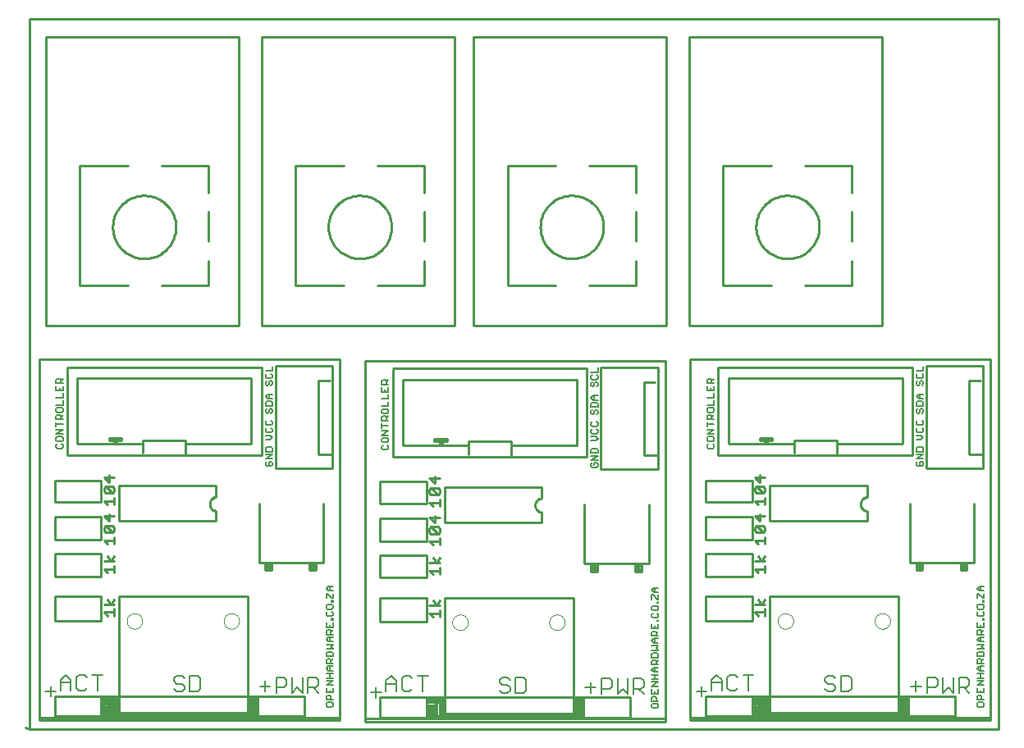
<source format=gto>
G75*
G70*
%OFA0B0*%
%FSLAX24Y24*%
%IPPOS*%
%LPD*%
%AMOC8*
5,1,8,0,0,1.08239X$1,22.5*
%
%ADD10C,0.0100*%
%ADD11C,0.0060*%
%ADD12C,0.0090*%
%ADD13C,0.0050*%
%ADD14C,0.0000*%
D10*
X000304Y002050D02*
X000304Y030914D01*
X039674Y030914D01*
X039674Y002050D01*
X000304Y002050D01*
X000150Y002101D01*
X000714Y002408D02*
X012911Y002408D01*
X012911Y017066D01*
X000714Y017066D01*
X000714Y002511D01*
X009426Y002511D01*
X009426Y002716D01*
X009375Y002665D02*
X009375Y003228D01*
X009324Y003228D01*
X009324Y003280D01*
X009221Y003280D01*
X009221Y002665D01*
X009068Y002665D01*
X009170Y002716D02*
X003943Y002716D01*
X003943Y007431D01*
X009170Y007431D01*
X009170Y002716D01*
X009273Y002665D02*
X009375Y002665D01*
X009273Y002665D02*
X009273Y003331D01*
X009478Y003331D01*
X009478Y002613D01*
X003840Y002613D01*
X003840Y003280D01*
X003276Y003280D01*
X003276Y003177D02*
X003584Y003177D01*
X003789Y003177D01*
X003789Y003228D01*
X003738Y003228D01*
X003738Y002613D01*
X003276Y002613D01*
X003276Y003075D01*
X003584Y003075D01*
X003584Y002767D01*
X003635Y002767D01*
X003635Y002716D01*
X003584Y002716D02*
X003533Y002716D01*
X003533Y002665D01*
X003481Y002665D01*
X003481Y002972D01*
X003430Y002972D01*
X003430Y002665D01*
X003379Y002665D01*
X003379Y002972D01*
X003328Y003023D02*
X003328Y002767D01*
X003225Y002562D02*
X003225Y003382D01*
X001329Y003382D01*
X001329Y002562D01*
X003225Y002562D01*
X009734Y002562D01*
X009580Y002562D02*
X009580Y003382D01*
X003225Y003382D01*
X003584Y003331D02*
X003584Y003177D01*
X003584Y003126D02*
X003584Y002716D01*
X003635Y002665D02*
X003635Y003126D01*
X003584Y003126D01*
X003584Y003075D02*
X003635Y003075D01*
X003481Y003023D02*
X003481Y002972D01*
X003584Y003331D02*
X003840Y003331D01*
X003840Y002665D01*
X003789Y002665D01*
X003840Y002665D02*
X003943Y002665D01*
X000714Y002511D02*
X000714Y002408D01*
X001329Y006457D02*
X001329Y007431D01*
X003225Y007431D01*
X003225Y006457D01*
X001329Y006457D01*
X001329Y008251D02*
X001329Y009173D01*
X003225Y009173D01*
X003225Y008251D01*
X001329Y008251D01*
X001329Y009737D02*
X001329Y010660D01*
X003225Y010660D01*
X003225Y009737D01*
X001329Y009737D01*
X001329Y011275D02*
X001329Y012146D01*
X003225Y012146D01*
X003225Y011275D01*
X001329Y011275D01*
X001841Y013171D02*
X001841Y016707D01*
X001841Y016758D02*
X009734Y016758D01*
X009734Y013171D01*
X001841Y013171D01*
X002251Y013632D02*
X003738Y013632D01*
X003738Y013786D01*
X004045Y013786D01*
X004045Y013837D01*
X004045Y013888D01*
X003943Y013888D01*
X003635Y013888D01*
X003635Y013837D01*
X003943Y013837D01*
X003943Y013888D01*
X003943Y013837D02*
X004045Y013837D01*
X003840Y013735D02*
X003840Y013683D01*
X003789Y013683D02*
X003789Y013735D01*
X003840Y013735D01*
X003738Y013786D02*
X003533Y013786D01*
X003533Y013888D01*
X003635Y013888D01*
X003738Y013632D02*
X004865Y013632D01*
X004916Y013786D02*
X004916Y013273D01*
X004916Y013786D02*
X006659Y013786D01*
X006659Y013632D01*
X009324Y013632D01*
X009324Y016297D01*
X002251Y016297D01*
X002251Y013632D01*
X003943Y011941D02*
X003943Y010506D01*
X007889Y010506D01*
X007889Y010916D01*
X007837Y010915D02*
X007806Y010926D01*
X007776Y010940D01*
X007747Y010958D01*
X007721Y010979D01*
X007698Y011003D01*
X007677Y011029D01*
X007660Y011058D01*
X007646Y011088D01*
X007635Y011120D01*
X007629Y011152D01*
X007626Y011186D01*
X007627Y011219D01*
X007632Y011252D01*
X007641Y011284D01*
X007653Y011315D01*
X007669Y011345D01*
X007688Y011372D01*
X007711Y011397D01*
X007736Y011419D01*
X007763Y011438D01*
X007792Y011454D01*
X007823Y011466D01*
X007856Y011475D01*
X007889Y011480D01*
X007889Y011941D01*
X003943Y011941D01*
X006659Y013222D02*
X006659Y013632D01*
X009631Y011223D02*
X009631Y008815D01*
X010144Y008815D01*
X010144Y008507D01*
X009888Y008507D01*
X009888Y008763D01*
X009990Y008763D02*
X009990Y008610D01*
X010041Y008610D01*
X010041Y008763D01*
X009990Y008763D01*
X009990Y008610D02*
X009939Y008610D01*
X010041Y008610D02*
X010041Y008558D01*
X010144Y008815D02*
X011681Y008815D01*
X011681Y008507D01*
X011938Y008507D01*
X011938Y008763D01*
X011886Y008763D02*
X011886Y008712D01*
X011835Y008712D01*
X011835Y008610D01*
X011886Y008610D01*
X011886Y008558D01*
X011784Y008558D02*
X011784Y008763D01*
X011886Y008763D01*
X011681Y008815D02*
X012245Y008815D01*
X012245Y011223D01*
X012604Y012658D02*
X010298Y012658D01*
X010298Y016810D01*
X012604Y016810D01*
X012604Y013222D01*
X012040Y013222D01*
X012040Y016195D01*
X012501Y016195D01*
X013936Y017015D02*
X026134Y017015D01*
X026134Y002357D01*
X013936Y002357D01*
X013936Y002460D01*
X022649Y002460D01*
X022649Y002665D01*
X022598Y002613D02*
X022598Y003177D01*
X022546Y003177D01*
X022546Y003228D01*
X022444Y003228D01*
X022444Y002613D01*
X022290Y002613D01*
X022393Y002665D02*
X017165Y002665D01*
X017165Y007380D01*
X022393Y007380D01*
X022393Y002665D01*
X022495Y002613D02*
X022598Y002613D01*
X022495Y002613D02*
X022495Y003280D01*
X022700Y003280D01*
X022700Y002562D01*
X017063Y002562D01*
X017063Y003228D01*
X016499Y003228D01*
X016499Y003126D02*
X016806Y003126D01*
X017011Y003126D01*
X017011Y003177D01*
X016960Y003177D01*
X016960Y002562D01*
X016499Y002562D01*
X016499Y003023D01*
X016806Y003023D01*
X016806Y002716D01*
X016858Y002716D01*
X016858Y002665D01*
X016858Y002613D02*
X016858Y003075D01*
X016806Y003075D01*
X016806Y002665D01*
X016755Y002665D01*
X016755Y002613D01*
X016704Y002613D01*
X016704Y002921D01*
X016653Y002921D01*
X016653Y002613D01*
X016601Y002613D01*
X016601Y002921D01*
X016550Y002972D02*
X016550Y002716D01*
X016448Y002511D02*
X016448Y003331D01*
X014551Y003331D01*
X014551Y002511D01*
X016448Y002511D01*
X022956Y002511D01*
X022803Y002511D02*
X022803Y003331D01*
X016448Y003331D01*
X016806Y003280D02*
X016806Y003126D01*
X016806Y003023D02*
X016858Y003023D01*
X016704Y002972D02*
X016704Y002921D01*
X016806Y003280D02*
X017063Y003280D01*
X017063Y002613D01*
X017011Y002613D01*
X017063Y002613D02*
X017165Y002613D01*
X013936Y002460D02*
X013936Y017015D01*
X015064Y016707D02*
X022956Y016707D01*
X022956Y013120D01*
X015064Y013120D01*
X015064Y016656D01*
X015474Y016246D02*
X015474Y013581D01*
X016960Y013581D01*
X016960Y013735D01*
X017268Y013735D01*
X017268Y013786D01*
X017268Y013837D01*
X017165Y013837D01*
X016858Y013837D01*
X016858Y013786D01*
X017165Y013786D01*
X017165Y013837D01*
X017165Y013786D02*
X017268Y013786D01*
X017063Y013683D02*
X017063Y013632D01*
X017063Y013683D02*
X017011Y013683D01*
X017011Y013632D01*
X016960Y013581D02*
X018088Y013581D01*
X018139Y013735D02*
X018139Y013222D01*
X018139Y013735D02*
X019881Y013735D01*
X019881Y013581D01*
X022546Y013581D01*
X022546Y016246D01*
X015474Y016246D01*
X017575Y018450D02*
X009734Y018450D01*
X009734Y030186D01*
X017575Y030186D01*
X017575Y018450D01*
X018344Y018450D02*
X026185Y018450D01*
X026185Y030186D01*
X018344Y030186D01*
X018344Y018450D01*
X019728Y020090D02*
X021675Y020090D01*
X023059Y020090D02*
X024955Y020090D01*
X024955Y021063D01*
X024955Y021883D02*
X024955Y023062D01*
X024955Y023831D02*
X024955Y024958D01*
X023059Y024958D01*
X021675Y024958D02*
X019728Y024958D01*
X019728Y020090D01*
X016345Y020090D02*
X016345Y021063D01*
X016345Y021883D02*
X016345Y023062D01*
X016345Y023831D02*
X016345Y024958D01*
X014449Y024958D01*
X013065Y024958D02*
X011118Y024958D01*
X011118Y020090D01*
X013065Y020090D01*
X014449Y020090D02*
X016345Y020090D01*
X012449Y022447D02*
X012451Y022518D01*
X012457Y022589D01*
X012467Y022660D01*
X012481Y022730D01*
X012498Y022799D01*
X012520Y022867D01*
X012545Y022933D01*
X012574Y022999D01*
X012606Y023062D01*
X012642Y023124D01*
X012681Y023183D01*
X012724Y023240D01*
X012770Y023295D01*
X012818Y023347D01*
X012870Y023397D01*
X012924Y023443D01*
X012980Y023486D01*
X013039Y023526D01*
X013100Y023563D01*
X013163Y023596D01*
X013228Y023626D01*
X013294Y023652D01*
X013362Y023675D01*
X013431Y023693D01*
X013501Y023708D01*
X013571Y023719D01*
X013642Y023726D01*
X013713Y023729D01*
X013784Y023728D01*
X013856Y023723D01*
X013926Y023714D01*
X013996Y023701D01*
X014066Y023685D01*
X014134Y023664D01*
X014201Y023640D01*
X014267Y023612D01*
X014330Y023580D01*
X014392Y023545D01*
X014452Y023507D01*
X014510Y023465D01*
X014566Y023420D01*
X014618Y023372D01*
X014668Y023321D01*
X014716Y023268D01*
X014760Y023212D01*
X014801Y023154D01*
X014838Y023093D01*
X014872Y023031D01*
X014903Y022966D01*
X014930Y022900D01*
X014954Y022833D01*
X014973Y022764D01*
X014989Y022695D01*
X015001Y022625D01*
X015009Y022554D01*
X015013Y022483D01*
X015013Y022411D01*
X015009Y022340D01*
X015001Y022269D01*
X014989Y022199D01*
X014973Y022130D01*
X014954Y022061D01*
X014930Y021994D01*
X014903Y021928D01*
X014872Y021863D01*
X014838Y021801D01*
X014801Y021740D01*
X014760Y021682D01*
X014716Y021626D01*
X014668Y021573D01*
X014618Y021522D01*
X014566Y021474D01*
X014510Y021429D01*
X014452Y021387D01*
X014392Y021349D01*
X014330Y021314D01*
X014267Y021282D01*
X014201Y021254D01*
X014134Y021230D01*
X014066Y021209D01*
X013996Y021193D01*
X013926Y021180D01*
X013856Y021171D01*
X013784Y021166D01*
X013713Y021165D01*
X013642Y021168D01*
X013571Y021175D01*
X013501Y021186D01*
X013431Y021201D01*
X013362Y021219D01*
X013294Y021242D01*
X013228Y021268D01*
X013163Y021298D01*
X013100Y021331D01*
X013039Y021368D01*
X012980Y021408D01*
X012924Y021451D01*
X012870Y021497D01*
X012818Y021547D01*
X012770Y021599D01*
X012724Y021654D01*
X012681Y021711D01*
X012642Y021770D01*
X012606Y021832D01*
X012574Y021895D01*
X012545Y021961D01*
X012520Y022027D01*
X012498Y022095D01*
X012481Y022164D01*
X012467Y022234D01*
X012457Y022305D01*
X012451Y022376D01*
X012449Y022447D01*
X007581Y021883D02*
X007581Y023062D01*
X007581Y023831D02*
X007581Y024958D01*
X005685Y024958D01*
X004301Y024958D02*
X002354Y024958D01*
X002354Y020090D01*
X004301Y020090D01*
X005685Y020090D02*
X007581Y020090D01*
X007581Y021063D01*
X003686Y022447D02*
X003688Y022518D01*
X003694Y022589D01*
X003704Y022660D01*
X003718Y022730D01*
X003735Y022799D01*
X003757Y022867D01*
X003782Y022933D01*
X003811Y022999D01*
X003843Y023062D01*
X003879Y023124D01*
X003918Y023183D01*
X003961Y023240D01*
X004007Y023295D01*
X004055Y023347D01*
X004107Y023397D01*
X004161Y023443D01*
X004217Y023486D01*
X004276Y023526D01*
X004337Y023563D01*
X004400Y023596D01*
X004465Y023626D01*
X004531Y023652D01*
X004599Y023675D01*
X004668Y023693D01*
X004738Y023708D01*
X004808Y023719D01*
X004879Y023726D01*
X004950Y023729D01*
X005021Y023728D01*
X005093Y023723D01*
X005163Y023714D01*
X005233Y023701D01*
X005303Y023685D01*
X005371Y023664D01*
X005438Y023640D01*
X005504Y023612D01*
X005567Y023580D01*
X005629Y023545D01*
X005689Y023507D01*
X005747Y023465D01*
X005803Y023420D01*
X005855Y023372D01*
X005905Y023321D01*
X005953Y023268D01*
X005997Y023212D01*
X006038Y023154D01*
X006075Y023093D01*
X006109Y023031D01*
X006140Y022966D01*
X006167Y022900D01*
X006191Y022833D01*
X006210Y022764D01*
X006226Y022695D01*
X006238Y022625D01*
X006246Y022554D01*
X006250Y022483D01*
X006250Y022411D01*
X006246Y022340D01*
X006238Y022269D01*
X006226Y022199D01*
X006210Y022130D01*
X006191Y022061D01*
X006167Y021994D01*
X006140Y021928D01*
X006109Y021863D01*
X006075Y021801D01*
X006038Y021740D01*
X005997Y021682D01*
X005953Y021626D01*
X005905Y021573D01*
X005855Y021522D01*
X005803Y021474D01*
X005747Y021429D01*
X005689Y021387D01*
X005629Y021349D01*
X005567Y021314D01*
X005504Y021282D01*
X005438Y021254D01*
X005371Y021230D01*
X005303Y021209D01*
X005233Y021193D01*
X005163Y021180D01*
X005093Y021171D01*
X005021Y021166D01*
X004950Y021165D01*
X004879Y021168D01*
X004808Y021175D01*
X004738Y021186D01*
X004668Y021201D01*
X004599Y021219D01*
X004531Y021242D01*
X004465Y021268D01*
X004400Y021298D01*
X004337Y021331D01*
X004276Y021368D01*
X004217Y021408D01*
X004161Y021451D01*
X004107Y021497D01*
X004055Y021547D01*
X004007Y021599D01*
X003961Y021654D01*
X003918Y021711D01*
X003879Y021770D01*
X003843Y021832D01*
X003811Y021895D01*
X003782Y021961D01*
X003757Y022027D01*
X003735Y022095D01*
X003718Y022164D01*
X003704Y022234D01*
X003694Y022305D01*
X003688Y022376D01*
X003686Y022447D01*
X000970Y018450D02*
X008811Y018450D01*
X008811Y030186D01*
X000970Y030186D01*
X000970Y018450D01*
X012604Y013222D02*
X012604Y012658D01*
X014551Y012095D02*
X014551Y011223D01*
X016448Y011223D01*
X016448Y012095D01*
X014551Y012095D01*
X014551Y010608D02*
X014551Y009686D01*
X016448Y009686D01*
X016448Y010608D01*
X014551Y010608D01*
X014551Y009122D02*
X014551Y008200D01*
X016448Y008200D01*
X016448Y009122D01*
X014551Y009122D01*
X014551Y007380D02*
X014551Y006406D01*
X016448Y006406D01*
X016448Y007380D01*
X014551Y007380D01*
X017165Y010455D02*
X017165Y011890D01*
X021111Y011890D01*
X021111Y011428D01*
X021111Y011429D02*
X021078Y011424D01*
X021045Y011415D01*
X021014Y011403D01*
X020985Y011387D01*
X020958Y011368D01*
X020933Y011346D01*
X020910Y011321D01*
X020891Y011294D01*
X020875Y011264D01*
X020863Y011233D01*
X020854Y011201D01*
X020849Y011168D01*
X020848Y011135D01*
X020851Y011101D01*
X020857Y011069D01*
X020868Y011037D01*
X020882Y011007D01*
X020899Y010978D01*
X020920Y010952D01*
X020943Y010928D01*
X020969Y010907D01*
X020998Y010889D01*
X021028Y010875D01*
X021059Y010864D01*
X021111Y010865D02*
X021111Y010455D01*
X017165Y010455D01*
X019881Y013171D02*
X019881Y013581D01*
X016960Y013735D02*
X016755Y013735D01*
X016755Y013837D01*
X016858Y013837D01*
X022854Y011172D02*
X022854Y008763D01*
X023366Y008763D01*
X023366Y008456D01*
X023110Y008456D01*
X023110Y008712D01*
X023213Y008712D02*
X023213Y008558D01*
X023264Y008558D01*
X023264Y008712D01*
X023213Y008712D01*
X023213Y008558D02*
X023161Y008558D01*
X023264Y008558D02*
X023264Y008507D01*
X023366Y008763D02*
X024904Y008763D01*
X024904Y008456D01*
X025160Y008456D01*
X025160Y008712D01*
X025109Y008712D02*
X025109Y008661D01*
X025058Y008661D01*
X025058Y008558D01*
X025109Y008558D01*
X025109Y008507D01*
X025006Y008507D02*
X025006Y008712D01*
X025109Y008712D01*
X024904Y008763D02*
X025468Y008763D01*
X025468Y011172D01*
X025826Y012607D02*
X023520Y012607D01*
X023520Y016758D01*
X025826Y016758D01*
X025826Y013171D01*
X025263Y013171D01*
X025263Y016143D01*
X025724Y016143D01*
X027159Y017066D02*
X039356Y017066D01*
X039356Y002408D01*
X027159Y002408D01*
X027159Y002511D01*
X035871Y002511D01*
X035871Y002716D01*
X035820Y002665D02*
X035820Y003228D01*
X035769Y003228D01*
X035769Y003280D01*
X035666Y003280D01*
X035666Y002665D01*
X035513Y002665D01*
X035615Y002716D02*
X030388Y002716D01*
X030388Y007431D01*
X035615Y007431D01*
X035615Y002716D01*
X035718Y002665D02*
X035820Y002665D01*
X035718Y002665D02*
X035718Y003331D01*
X035923Y003331D01*
X035923Y002613D01*
X030285Y002613D01*
X030285Y003280D01*
X029721Y003280D01*
X029721Y003177D02*
X030029Y003177D01*
X030234Y003177D01*
X030234Y003228D01*
X030183Y003228D01*
X030183Y002613D01*
X029721Y002613D01*
X029721Y003075D01*
X030029Y003075D01*
X030029Y002767D01*
X030080Y002767D01*
X030080Y002716D01*
X030029Y002716D02*
X029978Y002716D01*
X029978Y002665D01*
X029926Y002665D01*
X029926Y002972D01*
X029875Y002972D01*
X029875Y002665D01*
X029824Y002665D01*
X029824Y002972D01*
X029773Y003023D02*
X029773Y002767D01*
X029670Y002562D02*
X029670Y003382D01*
X027774Y003382D01*
X027774Y002562D01*
X029670Y002562D01*
X036179Y002562D01*
X036025Y002562D02*
X036025Y003382D01*
X029670Y003382D01*
X030029Y003331D02*
X030029Y003177D01*
X030029Y003126D02*
X030029Y002716D01*
X030080Y002665D02*
X030080Y003126D01*
X030029Y003126D01*
X030029Y003075D02*
X030080Y003075D01*
X029926Y003023D02*
X029926Y002972D01*
X030029Y003331D02*
X030285Y003331D01*
X030285Y002665D01*
X030234Y002665D01*
X030285Y002665D02*
X030388Y002665D01*
X027159Y002511D02*
X027159Y017066D01*
X028286Y016758D02*
X036179Y016758D01*
X036179Y013171D01*
X028286Y013171D01*
X028286Y016707D01*
X028696Y016297D02*
X028696Y013632D01*
X030183Y013632D01*
X030183Y013786D01*
X030490Y013786D01*
X030490Y013837D01*
X030490Y013888D01*
X030388Y013888D01*
X030080Y013888D01*
X030080Y013837D01*
X030388Y013837D01*
X030388Y013888D01*
X030388Y013837D02*
X030490Y013837D01*
X030285Y013735D02*
X030285Y013683D01*
X030234Y013683D02*
X030234Y013735D01*
X030285Y013735D01*
X030183Y013786D02*
X029978Y013786D01*
X029978Y013888D01*
X030080Y013888D01*
X030183Y013632D02*
X031310Y013632D01*
X031361Y013786D02*
X031361Y013273D01*
X031361Y013786D02*
X033104Y013786D01*
X033104Y013632D01*
X035769Y013632D01*
X035769Y016297D01*
X028696Y016297D01*
X027108Y018450D02*
X034949Y018450D01*
X034949Y030186D01*
X027108Y030186D01*
X027108Y018450D01*
X028491Y020090D02*
X030439Y020090D01*
X031823Y020090D02*
X033719Y020090D01*
X033719Y021063D01*
X033719Y021883D02*
X033719Y023062D01*
X033719Y023831D02*
X033719Y024958D01*
X031823Y024958D01*
X030439Y024958D02*
X028491Y024958D01*
X028491Y020090D01*
X029823Y022447D02*
X029825Y022518D01*
X029831Y022589D01*
X029841Y022660D01*
X029855Y022730D01*
X029872Y022799D01*
X029894Y022867D01*
X029919Y022933D01*
X029948Y022999D01*
X029980Y023062D01*
X030016Y023124D01*
X030055Y023183D01*
X030098Y023240D01*
X030144Y023295D01*
X030192Y023347D01*
X030244Y023397D01*
X030298Y023443D01*
X030354Y023486D01*
X030413Y023526D01*
X030474Y023563D01*
X030537Y023596D01*
X030602Y023626D01*
X030668Y023652D01*
X030736Y023675D01*
X030805Y023693D01*
X030875Y023708D01*
X030945Y023719D01*
X031016Y023726D01*
X031087Y023729D01*
X031158Y023728D01*
X031230Y023723D01*
X031300Y023714D01*
X031370Y023701D01*
X031440Y023685D01*
X031508Y023664D01*
X031575Y023640D01*
X031641Y023612D01*
X031704Y023580D01*
X031766Y023545D01*
X031826Y023507D01*
X031884Y023465D01*
X031940Y023420D01*
X031992Y023372D01*
X032042Y023321D01*
X032090Y023268D01*
X032134Y023212D01*
X032175Y023154D01*
X032212Y023093D01*
X032246Y023031D01*
X032277Y022966D01*
X032304Y022900D01*
X032328Y022833D01*
X032347Y022764D01*
X032363Y022695D01*
X032375Y022625D01*
X032383Y022554D01*
X032387Y022483D01*
X032387Y022411D01*
X032383Y022340D01*
X032375Y022269D01*
X032363Y022199D01*
X032347Y022130D01*
X032328Y022061D01*
X032304Y021994D01*
X032277Y021928D01*
X032246Y021863D01*
X032212Y021801D01*
X032175Y021740D01*
X032134Y021682D01*
X032090Y021626D01*
X032042Y021573D01*
X031992Y021522D01*
X031940Y021474D01*
X031884Y021429D01*
X031826Y021387D01*
X031766Y021349D01*
X031704Y021314D01*
X031641Y021282D01*
X031575Y021254D01*
X031508Y021230D01*
X031440Y021209D01*
X031370Y021193D01*
X031300Y021180D01*
X031230Y021171D01*
X031158Y021166D01*
X031087Y021165D01*
X031016Y021168D01*
X030945Y021175D01*
X030875Y021186D01*
X030805Y021201D01*
X030736Y021219D01*
X030668Y021242D01*
X030602Y021268D01*
X030537Y021298D01*
X030474Y021331D01*
X030413Y021368D01*
X030354Y021408D01*
X030298Y021451D01*
X030244Y021497D01*
X030192Y021547D01*
X030144Y021599D01*
X030098Y021654D01*
X030055Y021711D01*
X030016Y021770D01*
X029980Y021832D01*
X029948Y021895D01*
X029919Y021961D01*
X029894Y022027D01*
X029872Y022095D01*
X029855Y022164D01*
X029841Y022234D01*
X029831Y022305D01*
X029825Y022376D01*
X029823Y022447D01*
X021059Y022447D02*
X021061Y022518D01*
X021067Y022589D01*
X021077Y022660D01*
X021091Y022730D01*
X021108Y022799D01*
X021130Y022867D01*
X021155Y022933D01*
X021184Y022999D01*
X021216Y023062D01*
X021252Y023124D01*
X021291Y023183D01*
X021334Y023240D01*
X021380Y023295D01*
X021428Y023347D01*
X021480Y023397D01*
X021534Y023443D01*
X021590Y023486D01*
X021649Y023526D01*
X021710Y023563D01*
X021773Y023596D01*
X021838Y023626D01*
X021904Y023652D01*
X021972Y023675D01*
X022041Y023693D01*
X022111Y023708D01*
X022181Y023719D01*
X022252Y023726D01*
X022323Y023729D01*
X022394Y023728D01*
X022466Y023723D01*
X022536Y023714D01*
X022606Y023701D01*
X022676Y023685D01*
X022744Y023664D01*
X022811Y023640D01*
X022877Y023612D01*
X022940Y023580D01*
X023002Y023545D01*
X023062Y023507D01*
X023120Y023465D01*
X023176Y023420D01*
X023228Y023372D01*
X023278Y023321D01*
X023326Y023268D01*
X023370Y023212D01*
X023411Y023154D01*
X023448Y023093D01*
X023482Y023031D01*
X023513Y022966D01*
X023540Y022900D01*
X023564Y022833D01*
X023583Y022764D01*
X023599Y022695D01*
X023611Y022625D01*
X023619Y022554D01*
X023623Y022483D01*
X023623Y022411D01*
X023619Y022340D01*
X023611Y022269D01*
X023599Y022199D01*
X023583Y022130D01*
X023564Y022061D01*
X023540Y021994D01*
X023513Y021928D01*
X023482Y021863D01*
X023448Y021801D01*
X023411Y021740D01*
X023370Y021682D01*
X023326Y021626D01*
X023278Y021573D01*
X023228Y021522D01*
X023176Y021474D01*
X023120Y021429D01*
X023062Y021387D01*
X023002Y021349D01*
X022940Y021314D01*
X022877Y021282D01*
X022811Y021254D01*
X022744Y021230D01*
X022676Y021209D01*
X022606Y021193D01*
X022536Y021180D01*
X022466Y021171D01*
X022394Y021166D01*
X022323Y021165D01*
X022252Y021168D01*
X022181Y021175D01*
X022111Y021186D01*
X022041Y021201D01*
X021972Y021219D01*
X021904Y021242D01*
X021838Y021268D01*
X021773Y021298D01*
X021710Y021331D01*
X021649Y021368D01*
X021590Y021408D01*
X021534Y021451D01*
X021480Y021497D01*
X021428Y021547D01*
X021380Y021599D01*
X021334Y021654D01*
X021291Y021711D01*
X021252Y021770D01*
X021216Y021832D01*
X021184Y021895D01*
X021155Y021961D01*
X021130Y022027D01*
X021108Y022095D01*
X021091Y022164D01*
X021077Y022234D01*
X021067Y022305D01*
X021061Y022376D01*
X021059Y022447D01*
X025826Y013171D02*
X025826Y012607D01*
X027774Y012146D02*
X027774Y011275D01*
X029670Y011275D01*
X029670Y012146D01*
X027774Y012146D01*
X027774Y010660D02*
X027774Y009737D01*
X029670Y009737D01*
X029670Y010660D01*
X027774Y010660D01*
X027774Y009173D02*
X027774Y008251D01*
X029670Y008251D01*
X029670Y009173D01*
X027774Y009173D01*
X027774Y007431D02*
X027774Y006457D01*
X029670Y006457D01*
X029670Y007431D01*
X027774Y007431D01*
X030388Y010506D02*
X030388Y011941D01*
X034334Y011941D01*
X034334Y011480D01*
X034301Y011475D01*
X034268Y011466D01*
X034237Y011454D01*
X034208Y011438D01*
X034181Y011419D01*
X034156Y011397D01*
X034133Y011372D01*
X034114Y011345D01*
X034098Y011315D01*
X034086Y011284D01*
X034077Y011252D01*
X034072Y011219D01*
X034071Y011186D01*
X034074Y011152D01*
X034080Y011120D01*
X034091Y011088D01*
X034105Y011058D01*
X034122Y011029D01*
X034143Y011003D01*
X034166Y010979D01*
X034192Y010958D01*
X034221Y010940D01*
X034251Y010926D01*
X034282Y010915D01*
X034334Y010916D02*
X034334Y010506D01*
X030388Y010506D01*
X033104Y013222D02*
X033104Y013632D01*
X036076Y011223D02*
X036076Y008815D01*
X036589Y008815D01*
X036589Y008507D01*
X036333Y008507D01*
X036333Y008763D01*
X036435Y008763D02*
X036435Y008610D01*
X036486Y008610D01*
X036486Y008763D01*
X036435Y008763D01*
X036435Y008610D02*
X036384Y008610D01*
X036486Y008610D02*
X036486Y008558D01*
X036589Y008815D02*
X038126Y008815D01*
X038126Y008507D01*
X038383Y008507D01*
X038383Y008763D01*
X038331Y008763D02*
X038331Y008712D01*
X038280Y008712D01*
X038280Y008610D01*
X038331Y008610D01*
X038331Y008558D01*
X038229Y008558D02*
X038229Y008763D01*
X038331Y008763D01*
X038126Y008815D02*
X038690Y008815D01*
X038690Y011223D01*
X039049Y012658D02*
X036743Y012658D01*
X036743Y016810D01*
X039049Y016810D01*
X039049Y013222D01*
X038485Y013222D01*
X038485Y016195D01*
X038946Y016195D01*
X039049Y013222D02*
X039049Y012658D01*
X037921Y003382D02*
X036025Y003382D01*
X035871Y003228D02*
X035820Y003228D01*
X036025Y002562D02*
X037921Y002562D01*
X037921Y003382D01*
X039305Y002511D02*
X035871Y002511D01*
X026083Y002460D02*
X022649Y002460D01*
X022803Y002511D02*
X024699Y002511D01*
X024699Y003331D01*
X022803Y003331D01*
X022649Y003177D02*
X022598Y003177D01*
X012860Y002511D02*
X009426Y002511D01*
X009580Y002562D02*
X011476Y002562D01*
X011476Y003382D01*
X009580Y003382D01*
X009426Y003228D02*
X009375Y003228D01*
D11*
X009875Y003570D02*
X009875Y003997D01*
X009661Y003784D02*
X010088Y003784D01*
X010328Y003728D02*
X010648Y003728D01*
X010755Y003835D01*
X010755Y004049D01*
X010648Y004155D01*
X010328Y004155D01*
X010328Y003515D01*
X010972Y003515D02*
X010972Y004155D01*
X011399Y004155D02*
X011399Y003515D01*
X011186Y003728D01*
X010972Y003515D01*
X011617Y003515D02*
X011617Y004155D01*
X011937Y004155D01*
X012044Y004049D01*
X012044Y003835D01*
X011937Y003728D01*
X011617Y003728D01*
X011830Y003728D02*
X012044Y003515D01*
X014171Y003527D02*
X014598Y003527D01*
X014786Y003566D02*
X014786Y003993D01*
X015000Y004207D01*
X015213Y003993D01*
X015213Y003566D01*
X015431Y003673D02*
X015538Y003566D01*
X015751Y003566D01*
X015858Y003673D01*
X015431Y003673D02*
X015431Y004100D01*
X015538Y004207D01*
X015751Y004207D01*
X015858Y004100D01*
X016075Y004207D02*
X016502Y004207D01*
X016289Y004207D02*
X016289Y003566D01*
X015213Y003886D02*
X014786Y003886D01*
X014385Y003741D02*
X014385Y003314D01*
X019399Y003621D02*
X019506Y003515D01*
X019719Y003515D01*
X019826Y003621D01*
X019826Y003728D01*
X019719Y003835D01*
X019506Y003835D01*
X019399Y003942D01*
X019399Y004049D01*
X019506Y004155D01*
X019719Y004155D01*
X019826Y004049D01*
X020043Y004155D02*
X020364Y004155D01*
X020470Y004049D01*
X020470Y003621D01*
X020364Y003515D01*
X020043Y003515D01*
X020043Y004155D01*
X022884Y003732D02*
X023311Y003732D01*
X023550Y003677D02*
X023870Y003677D01*
X023977Y003784D01*
X023977Y003997D01*
X023870Y004104D01*
X023550Y004104D01*
X023550Y003463D01*
X024195Y003463D02*
X024408Y003677D01*
X024622Y003463D01*
X024622Y004104D01*
X024839Y004104D02*
X025159Y004104D01*
X025266Y003997D01*
X025266Y003784D01*
X025159Y003677D01*
X024839Y003677D01*
X024839Y003463D02*
X024839Y004104D01*
X025053Y003677D02*
X025266Y003463D01*
X024195Y003463D02*
X024195Y004104D01*
X023097Y003946D02*
X023097Y003519D01*
X027394Y003579D02*
X027821Y003579D01*
X028009Y003617D02*
X028009Y004044D01*
X028222Y004258D01*
X028436Y004044D01*
X028436Y003617D01*
X028653Y003724D02*
X028760Y003617D01*
X028974Y003617D01*
X029080Y003724D01*
X029511Y003617D02*
X029511Y004258D01*
X029298Y004258D02*
X029725Y004258D01*
X029080Y004151D02*
X028974Y004258D01*
X028760Y004258D01*
X028653Y004151D01*
X028653Y003724D01*
X028436Y003937D02*
X028009Y003937D01*
X027607Y003792D02*
X027607Y003365D01*
X032621Y003673D02*
X032728Y003566D01*
X032942Y003566D01*
X033048Y003673D01*
X033048Y003779D01*
X032942Y003886D01*
X032728Y003886D01*
X032621Y003993D01*
X032621Y004100D01*
X032728Y004207D01*
X032942Y004207D01*
X033048Y004100D01*
X033266Y004207D02*
X033586Y004207D01*
X033693Y004100D01*
X033693Y003673D01*
X033586Y003566D01*
X033266Y003566D01*
X033266Y004207D01*
X036106Y003784D02*
X036533Y003784D01*
X036773Y003728D02*
X037093Y003728D01*
X037200Y003835D01*
X037200Y004049D01*
X037093Y004155D01*
X036773Y004155D01*
X036773Y003515D01*
X036320Y003570D02*
X036320Y003997D01*
X037417Y004155D02*
X037417Y003515D01*
X037631Y003728D01*
X037844Y003515D01*
X037844Y004155D01*
X038062Y004155D02*
X038382Y004155D01*
X038489Y004049D01*
X038489Y003835D01*
X038382Y003728D01*
X038062Y003728D01*
X038275Y003728D02*
X038489Y003515D01*
X038062Y003515D02*
X038062Y004155D01*
X007248Y004100D02*
X007248Y003673D01*
X007141Y003566D01*
X006821Y003566D01*
X006821Y004207D01*
X007141Y004207D01*
X007248Y004100D01*
X006603Y004100D02*
X006497Y004207D01*
X006283Y004207D01*
X006176Y004100D01*
X006176Y003993D01*
X006283Y003886D01*
X006497Y003886D01*
X006603Y003779D01*
X006603Y003673D01*
X006497Y003566D01*
X006283Y003566D01*
X006176Y003673D01*
X003280Y004258D02*
X002853Y004258D01*
X003066Y004258D02*
X003066Y003617D01*
X002635Y003724D02*
X002529Y003617D01*
X002315Y003617D01*
X002208Y003724D01*
X002208Y004151D01*
X002315Y004258D01*
X002529Y004258D01*
X002635Y004151D01*
X001991Y004044D02*
X001991Y003617D01*
X001991Y003937D02*
X001564Y003937D01*
X001564Y004044D02*
X001564Y003617D01*
X001376Y003579D02*
X000949Y003579D01*
X001162Y003792D02*
X001162Y003365D01*
X001564Y004044D02*
X001777Y004258D01*
X001991Y004044D01*
D12*
X003470Y006656D02*
X003333Y006793D01*
X003744Y006793D01*
X003744Y006656D02*
X003744Y006930D01*
X003744Y007116D02*
X003333Y007116D01*
X003470Y007322D02*
X003607Y007116D01*
X003744Y007322D01*
X003744Y008398D02*
X003744Y008672D01*
X003744Y008535D02*
X003333Y008535D01*
X003470Y008398D01*
X003333Y008859D02*
X003744Y008859D01*
X003607Y008859D02*
X003470Y009064D01*
X003607Y008859D02*
X003744Y009064D01*
X003744Y009577D02*
X003744Y009851D01*
X003744Y009714D02*
X003333Y009714D01*
X003470Y009577D01*
X003402Y010038D02*
X003333Y010106D01*
X003333Y010243D01*
X003402Y010311D01*
X003675Y010038D01*
X003744Y010106D01*
X003744Y010243D01*
X003675Y010311D01*
X003402Y010311D01*
X003539Y010498D02*
X003539Y010772D01*
X003744Y010703D02*
X003333Y010703D01*
X003539Y010498D01*
X003675Y010038D02*
X003402Y010038D01*
X003470Y011166D02*
X003333Y011303D01*
X003744Y011303D01*
X003744Y011166D02*
X003744Y011440D01*
X003675Y011626D02*
X003402Y011626D01*
X003333Y011695D01*
X003333Y011832D01*
X003402Y011900D01*
X003675Y011626D01*
X003744Y011695D01*
X003744Y011832D01*
X003675Y011900D01*
X003402Y011900D01*
X003539Y012087D02*
X003539Y012360D01*
X003744Y012292D02*
X003333Y012292D01*
X003539Y012087D01*
X016556Y012241D02*
X016761Y012035D01*
X016761Y012309D01*
X016966Y012241D02*
X016556Y012241D01*
X016624Y011849D02*
X016898Y011575D01*
X016966Y011643D01*
X016966Y011780D01*
X016898Y011849D01*
X016624Y011849D01*
X016556Y011780D01*
X016556Y011643D01*
X016624Y011575D01*
X016898Y011575D01*
X016966Y011388D02*
X016966Y011115D01*
X016966Y011251D02*
X016556Y011251D01*
X016693Y011115D01*
X016761Y010720D02*
X016761Y010447D01*
X016556Y010652D01*
X016966Y010652D01*
X016898Y010260D02*
X016624Y010260D01*
X016898Y009986D01*
X016966Y010055D01*
X016966Y010192D01*
X016898Y010260D01*
X016898Y009986D02*
X016624Y009986D01*
X016556Y010055D01*
X016556Y010192D01*
X016624Y010260D01*
X016966Y009800D02*
X016966Y009526D01*
X016966Y009663D02*
X016556Y009663D01*
X016693Y009526D01*
X016693Y009013D02*
X016829Y008808D01*
X016966Y009013D01*
X016966Y008808D02*
X016556Y008808D01*
X016556Y008484D02*
X016966Y008484D01*
X016966Y008347D02*
X016966Y008621D01*
X016693Y008347D02*
X016556Y008484D01*
X016693Y007270D02*
X016829Y007065D01*
X016966Y007270D01*
X016966Y007065D02*
X016556Y007065D01*
X016556Y006741D02*
X016966Y006741D01*
X016966Y006605D02*
X016966Y006878D01*
X016693Y006605D02*
X016556Y006741D01*
X029778Y006793D02*
X030189Y006793D01*
X030189Y006656D02*
X030189Y006930D01*
X030189Y007116D02*
X029778Y007116D01*
X029915Y007322D02*
X030052Y007116D01*
X030189Y007322D01*
X029778Y006793D02*
X029915Y006656D01*
X029915Y008398D02*
X029778Y008535D01*
X030189Y008535D01*
X030189Y008398D02*
X030189Y008672D01*
X030189Y008859D02*
X029778Y008859D01*
X029915Y009064D02*
X030052Y008859D01*
X030189Y009064D01*
X030189Y009577D02*
X030189Y009851D01*
X030189Y009714D02*
X029778Y009714D01*
X029915Y009577D01*
X029847Y010038D02*
X029778Y010106D01*
X029778Y010243D01*
X029847Y010311D01*
X030120Y010038D01*
X030189Y010106D01*
X030189Y010243D01*
X030120Y010311D01*
X029847Y010311D01*
X029984Y010498D02*
X029778Y010703D01*
X030189Y010703D01*
X029984Y010772D02*
X029984Y010498D01*
X030120Y010038D02*
X029847Y010038D01*
X029915Y011166D02*
X029778Y011303D01*
X030189Y011303D01*
X030189Y011166D02*
X030189Y011440D01*
X030120Y011626D02*
X029847Y011626D01*
X029778Y011695D01*
X029778Y011832D01*
X029847Y011900D01*
X030120Y011626D01*
X030189Y011695D01*
X030189Y011832D01*
X030120Y011900D01*
X029847Y011900D01*
X029984Y012087D02*
X029778Y012292D01*
X030189Y012292D01*
X029984Y012360D02*
X029984Y012087D01*
D13*
X028108Y013497D02*
X028108Y013587D01*
X028062Y013632D01*
X028062Y013747D02*
X028108Y013792D01*
X028108Y013882D01*
X028062Y013927D01*
X027882Y013927D01*
X027837Y013882D01*
X027837Y013792D01*
X027882Y013747D01*
X028062Y013747D01*
X027882Y013632D02*
X027837Y013587D01*
X027837Y013497D01*
X027882Y013452D01*
X028062Y013452D01*
X028108Y013497D01*
X028108Y014042D02*
X027837Y014042D01*
X028108Y014222D01*
X027837Y014222D01*
X027837Y014336D02*
X027837Y014516D01*
X027837Y014426D02*
X028108Y014426D01*
X028108Y014631D02*
X027837Y014631D01*
X027837Y014766D01*
X027882Y014811D01*
X027972Y014811D01*
X028017Y014766D01*
X028017Y014631D01*
X028017Y014721D02*
X028108Y014811D01*
X028062Y014925D02*
X028108Y014971D01*
X028108Y015061D01*
X028062Y015106D01*
X027882Y015106D01*
X027837Y015061D01*
X027837Y014971D01*
X027882Y014925D01*
X028062Y014925D01*
X028108Y015220D02*
X028108Y015400D01*
X028108Y015515D02*
X028108Y015695D01*
X028108Y015809D02*
X028108Y015990D01*
X028108Y016104D02*
X027837Y016104D01*
X027837Y016239D01*
X027882Y016284D01*
X027972Y016284D01*
X028017Y016239D01*
X028017Y016104D01*
X028017Y016194D02*
X028108Y016284D01*
X027837Y015990D02*
X027837Y015809D01*
X028108Y015809D01*
X027972Y015809D02*
X027972Y015900D01*
X027837Y015515D02*
X028108Y015515D01*
X028108Y015220D02*
X027837Y015220D01*
X023393Y015131D02*
X023393Y015266D01*
X023347Y015311D01*
X023167Y015311D01*
X023122Y015266D01*
X023122Y015131D01*
X023393Y015131D01*
X023347Y015016D02*
X023393Y014971D01*
X023393Y014881D01*
X023347Y014836D01*
X023257Y014881D02*
X023257Y014971D01*
X023302Y015016D01*
X023347Y015016D01*
X023257Y014881D02*
X023212Y014836D01*
X023167Y014836D01*
X023122Y014881D01*
X023122Y014971D01*
X023167Y015016D01*
X023212Y015425D02*
X023122Y015515D01*
X023212Y015605D01*
X023393Y015605D01*
X023257Y015605D02*
X023257Y015425D01*
X023212Y015425D02*
X023393Y015425D01*
X023347Y015963D02*
X023393Y016009D01*
X023393Y016099D01*
X023347Y016144D01*
X023302Y016144D01*
X023257Y016099D01*
X023257Y016009D01*
X023212Y015963D01*
X023167Y015963D01*
X023122Y016009D01*
X023122Y016099D01*
X023167Y016144D01*
X023167Y016258D02*
X023347Y016258D01*
X023393Y016303D01*
X023393Y016393D01*
X023347Y016438D01*
X023393Y016553D02*
X023393Y016733D01*
X023393Y016553D02*
X023122Y016553D01*
X023167Y016438D02*
X023122Y016393D01*
X023122Y016303D01*
X023167Y016258D01*
X023167Y014529D02*
X023122Y014484D01*
X023122Y014394D01*
X023167Y014349D01*
X023347Y014349D01*
X023393Y014394D01*
X023393Y014484D01*
X023347Y014529D01*
X023347Y014235D02*
X023393Y014189D01*
X023393Y014099D01*
X023347Y014054D01*
X023167Y014054D01*
X023122Y014099D01*
X023122Y014189D01*
X023167Y014235D01*
X023122Y013940D02*
X023302Y013940D01*
X023393Y013850D01*
X023302Y013760D01*
X023122Y013760D01*
X023167Y013453D02*
X023122Y013408D01*
X023122Y013273D01*
X023393Y013273D01*
X023393Y013408D01*
X023347Y013453D01*
X023167Y013453D01*
X023122Y013158D02*
X023393Y013158D01*
X023122Y012978D01*
X023393Y012978D01*
X023347Y012864D02*
X023257Y012864D01*
X023257Y012774D01*
X023167Y012864D02*
X023122Y012819D01*
X023122Y012729D01*
X023167Y012683D01*
X023347Y012683D01*
X023393Y012729D01*
X023393Y012819D01*
X023347Y012864D01*
X025672Y007789D02*
X025853Y007789D01*
X025717Y007789D02*
X025717Y007609D01*
X025672Y007609D02*
X025582Y007699D01*
X025672Y007789D01*
X025672Y007609D02*
X025853Y007609D01*
X025853Y007495D02*
X025853Y007314D01*
X025807Y007314D01*
X025627Y007495D01*
X025582Y007495D01*
X025582Y007314D01*
X025807Y007212D02*
X025853Y007212D01*
X025853Y007167D01*
X025807Y007167D01*
X025807Y007212D01*
X025807Y007053D02*
X025627Y007053D01*
X025582Y007008D01*
X025582Y006918D01*
X025627Y006873D01*
X025807Y006873D01*
X025853Y006918D01*
X025853Y007008D01*
X025807Y007053D01*
X025807Y006758D02*
X025853Y006713D01*
X025853Y006623D01*
X025807Y006578D01*
X025627Y006578D01*
X025582Y006623D01*
X025582Y006713D01*
X025627Y006758D01*
X025807Y006476D02*
X025853Y006476D01*
X025853Y006431D01*
X025807Y006431D01*
X025807Y006476D01*
X025853Y006316D02*
X025853Y006136D01*
X025582Y006136D01*
X025582Y006316D01*
X025717Y006226D02*
X025717Y006136D01*
X025717Y006021D02*
X025762Y005976D01*
X025762Y005841D01*
X025762Y005931D02*
X025853Y006021D01*
X025717Y006021D02*
X025627Y006021D01*
X025582Y005976D01*
X025582Y005841D01*
X025853Y005841D01*
X025853Y005727D02*
X025672Y005727D01*
X025582Y005637D01*
X025672Y005547D01*
X025853Y005547D01*
X025853Y005432D02*
X025582Y005432D01*
X025717Y005547D02*
X025717Y005727D01*
X025853Y005432D02*
X025762Y005342D01*
X025853Y005252D01*
X025582Y005252D01*
X025627Y005137D02*
X025582Y005092D01*
X025582Y004957D01*
X025853Y004957D01*
X025853Y005092D01*
X025807Y005137D01*
X025627Y005137D01*
X025627Y004843D02*
X025717Y004843D01*
X025762Y004798D01*
X025762Y004663D01*
X025762Y004753D02*
X025853Y004843D01*
X025853Y004663D02*
X025582Y004663D01*
X025582Y004798D01*
X025627Y004843D01*
X025672Y004548D02*
X025853Y004548D01*
X025717Y004548D02*
X025717Y004368D01*
X025672Y004368D02*
X025582Y004458D01*
X025672Y004548D01*
X025672Y004368D02*
X025853Y004368D01*
X025853Y004253D02*
X025582Y004253D01*
X025717Y004253D02*
X025717Y004073D01*
X025582Y004073D02*
X025853Y004073D01*
X025853Y003959D02*
X025582Y003959D01*
X025582Y003779D02*
X025853Y003959D01*
X025853Y003779D02*
X025582Y003779D01*
X025582Y003664D02*
X025582Y003484D01*
X025853Y003484D01*
X025853Y003664D01*
X025717Y003574D02*
X025717Y003484D01*
X025717Y003370D02*
X025762Y003324D01*
X025762Y003189D01*
X025853Y003189D02*
X025582Y003189D01*
X025582Y003324D01*
X025627Y003370D01*
X025717Y003370D01*
X025627Y003075D02*
X025582Y003030D01*
X025582Y002940D01*
X025627Y002895D01*
X025807Y002895D01*
X025853Y002940D01*
X025853Y003030D01*
X025807Y003075D01*
X025627Y003075D01*
X036345Y012780D02*
X036390Y012735D01*
X036570Y012735D01*
X036615Y012780D01*
X036615Y012870D01*
X036570Y012915D01*
X036480Y012915D01*
X036480Y012825D01*
X036390Y012915D02*
X036345Y012870D01*
X036345Y012780D01*
X036345Y013029D02*
X036615Y013210D01*
X036345Y013210D01*
X036345Y013324D02*
X036345Y013459D01*
X036390Y013504D01*
X036570Y013504D01*
X036615Y013459D01*
X036615Y013324D01*
X036345Y013324D01*
X036345Y013029D02*
X036615Y013029D01*
X036525Y013811D02*
X036615Y013901D01*
X036525Y013991D01*
X036345Y013991D01*
X036390Y014106D02*
X036570Y014106D01*
X036615Y014151D01*
X036615Y014241D01*
X036570Y014286D01*
X036570Y014400D02*
X036615Y014445D01*
X036615Y014535D01*
X036570Y014580D01*
X036570Y014400D02*
X036390Y014400D01*
X036345Y014445D01*
X036345Y014535D01*
X036390Y014580D01*
X036390Y014286D02*
X036345Y014241D01*
X036345Y014151D01*
X036390Y014106D01*
X036345Y013811D02*
X036525Y013811D01*
X036570Y014887D02*
X036615Y014932D01*
X036615Y015022D01*
X036570Y015067D01*
X036525Y015067D01*
X036480Y015022D01*
X036480Y014932D01*
X036435Y014887D01*
X036390Y014887D01*
X036345Y014932D01*
X036345Y015022D01*
X036390Y015067D01*
X036345Y015182D02*
X036345Y015317D01*
X036390Y015362D01*
X036570Y015362D01*
X036615Y015317D01*
X036615Y015182D01*
X036345Y015182D01*
X036435Y015477D02*
X036345Y015567D01*
X036435Y015657D01*
X036615Y015657D01*
X036480Y015657D02*
X036480Y015477D01*
X036435Y015477D02*
X036615Y015477D01*
X036570Y016015D02*
X036615Y016060D01*
X036615Y016150D01*
X036570Y016195D01*
X036525Y016195D01*
X036480Y016150D01*
X036480Y016060D01*
X036435Y016015D01*
X036390Y016015D01*
X036345Y016060D01*
X036345Y016150D01*
X036390Y016195D01*
X036390Y016309D02*
X036570Y016309D01*
X036615Y016354D01*
X036615Y016444D01*
X036570Y016490D01*
X036615Y016604D02*
X036615Y016784D01*
X036615Y016604D02*
X036345Y016604D01*
X036390Y016490D02*
X036345Y016444D01*
X036345Y016354D01*
X036390Y016309D01*
X038895Y007841D02*
X039075Y007841D01*
X038940Y007841D02*
X038940Y007660D01*
X038895Y007660D02*
X038805Y007750D01*
X038895Y007841D01*
X038895Y007660D02*
X039075Y007660D01*
X039075Y007546D02*
X039075Y007366D01*
X039030Y007366D01*
X038850Y007546D01*
X038805Y007546D01*
X038805Y007366D01*
X039030Y007263D02*
X039075Y007263D01*
X039075Y007218D01*
X039030Y007218D01*
X039030Y007263D01*
X039030Y007104D02*
X038850Y007104D01*
X038805Y007059D01*
X038805Y006969D01*
X038850Y006924D01*
X039030Y006924D01*
X039075Y006969D01*
X039075Y007059D01*
X039030Y007104D01*
X039030Y006809D02*
X039075Y006764D01*
X039075Y006674D01*
X039030Y006629D01*
X038850Y006629D01*
X038805Y006674D01*
X038805Y006764D01*
X038850Y006809D01*
X039030Y006527D02*
X039030Y006482D01*
X039075Y006482D01*
X039075Y006527D01*
X039030Y006527D01*
X039075Y006367D02*
X039075Y006187D01*
X038805Y006187D01*
X038805Y006367D01*
X038940Y006277D02*
X038940Y006187D01*
X038940Y006073D02*
X038985Y006028D01*
X038985Y005892D01*
X039075Y005892D02*
X038805Y005892D01*
X038805Y006028D01*
X038850Y006073D01*
X038940Y006073D01*
X038985Y005983D02*
X039075Y006073D01*
X039075Y005778D02*
X038895Y005778D01*
X038805Y005688D01*
X038895Y005598D01*
X039075Y005598D01*
X039075Y005483D02*
X038805Y005483D01*
X038940Y005598D02*
X038940Y005778D01*
X039075Y005483D02*
X038985Y005393D01*
X039075Y005303D01*
X038805Y005303D01*
X038850Y005189D02*
X038805Y005144D01*
X038805Y005009D01*
X039075Y005009D01*
X039075Y005144D01*
X039030Y005189D01*
X038850Y005189D01*
X038850Y004894D02*
X038940Y004894D01*
X038985Y004849D01*
X038985Y004714D01*
X038985Y004804D02*
X039075Y004894D01*
X039075Y004714D02*
X038805Y004714D01*
X038805Y004849D01*
X038850Y004894D01*
X038895Y004599D02*
X039075Y004599D01*
X038940Y004599D02*
X038940Y004419D01*
X038895Y004419D02*
X038805Y004509D01*
X038895Y004599D01*
X038895Y004419D02*
X039075Y004419D01*
X039075Y004305D02*
X038805Y004305D01*
X038940Y004305D02*
X038940Y004125D01*
X039075Y004125D02*
X038805Y004125D01*
X038805Y004010D02*
X039075Y004010D01*
X038805Y003830D01*
X039075Y003830D01*
X039075Y003715D02*
X039075Y003535D01*
X038805Y003535D01*
X038805Y003715D01*
X038940Y003625D02*
X038940Y003535D01*
X038940Y003421D02*
X038985Y003376D01*
X038985Y003241D01*
X039075Y003241D02*
X038805Y003241D01*
X038805Y003376D01*
X038850Y003421D01*
X038940Y003421D01*
X039030Y003126D02*
X038850Y003126D01*
X038805Y003081D01*
X038805Y002991D01*
X038850Y002946D01*
X039030Y002946D01*
X039075Y002991D01*
X039075Y003081D01*
X039030Y003126D01*
X014885Y013446D02*
X014885Y013536D01*
X014840Y013581D01*
X014840Y013696D02*
X014660Y013696D01*
X014615Y013741D01*
X014615Y013831D01*
X014660Y013876D01*
X014840Y013876D01*
X014885Y013831D01*
X014885Y013741D01*
X014840Y013696D01*
X014660Y013581D02*
X014615Y013536D01*
X014615Y013446D01*
X014660Y013401D01*
X014840Y013401D01*
X014885Y013446D01*
X014885Y013990D02*
X014615Y013990D01*
X014885Y014170D01*
X014615Y014170D01*
X014615Y014285D02*
X014615Y014465D01*
X014615Y014375D02*
X014885Y014375D01*
X014885Y014580D02*
X014615Y014580D01*
X014615Y014715D01*
X014660Y014760D01*
X014750Y014760D01*
X014795Y014715D01*
X014795Y014580D01*
X014795Y014670D02*
X014885Y014760D01*
X014840Y014874D02*
X014885Y014919D01*
X014885Y015009D01*
X014840Y015054D01*
X014660Y015054D01*
X014615Y015009D01*
X014615Y014919D01*
X014660Y014874D01*
X014840Y014874D01*
X014885Y015169D02*
X014615Y015169D01*
X014885Y015169D02*
X014885Y015349D01*
X014885Y015464D02*
X014885Y015644D01*
X014885Y015758D02*
X014885Y015938D01*
X014885Y016053D02*
X014615Y016053D01*
X014615Y016188D01*
X014660Y016233D01*
X014750Y016233D01*
X014795Y016188D01*
X014795Y016053D01*
X014795Y016143D02*
X014885Y016233D01*
X014615Y015938D02*
X014615Y015758D01*
X014885Y015758D01*
X014750Y015758D02*
X014750Y015848D01*
X014615Y015464D02*
X014885Y015464D01*
X010170Y015477D02*
X009990Y015477D01*
X009900Y015567D01*
X009990Y015657D01*
X010170Y015657D01*
X010035Y015657D02*
X010035Y015477D01*
X010125Y015362D02*
X009945Y015362D01*
X009900Y015317D01*
X009900Y015182D01*
X010170Y015182D01*
X010170Y015317D01*
X010125Y015362D01*
X010125Y015067D02*
X010170Y015022D01*
X010170Y014932D01*
X010125Y014887D01*
X010035Y014932D02*
X009990Y014887D01*
X009945Y014887D01*
X009900Y014932D01*
X009900Y015022D01*
X009945Y015067D01*
X010035Y015022D02*
X010080Y015067D01*
X010125Y015067D01*
X010035Y015022D02*
X010035Y014932D01*
X010125Y014580D02*
X010170Y014535D01*
X010170Y014445D01*
X010125Y014400D01*
X009945Y014400D01*
X009900Y014445D01*
X009900Y014535D01*
X009945Y014580D01*
X009945Y014286D02*
X009900Y014241D01*
X009900Y014151D01*
X009945Y014106D01*
X010125Y014106D01*
X010170Y014151D01*
X010170Y014241D01*
X010125Y014286D01*
X010080Y013991D02*
X009900Y013991D01*
X010080Y013991D02*
X010170Y013901D01*
X010080Y013811D01*
X009900Y013811D01*
X009945Y013504D02*
X009900Y013459D01*
X009900Y013324D01*
X010170Y013324D01*
X010170Y013459D01*
X010125Y013504D01*
X009945Y013504D01*
X009900Y013210D02*
X010170Y013210D01*
X009900Y013029D01*
X010170Y013029D01*
X010125Y012915D02*
X010035Y012915D01*
X010035Y012825D01*
X010125Y012915D02*
X010170Y012870D01*
X010170Y012780D01*
X010125Y012735D01*
X009945Y012735D01*
X009900Y012780D01*
X009900Y012870D01*
X009945Y012915D01*
X009945Y016015D02*
X009990Y016015D01*
X010035Y016060D01*
X010035Y016150D01*
X010080Y016195D01*
X010125Y016195D01*
X010170Y016150D01*
X010170Y016060D01*
X010125Y016015D01*
X009945Y016015D02*
X009900Y016060D01*
X009900Y016150D01*
X009945Y016195D01*
X009945Y016309D02*
X010125Y016309D01*
X010170Y016354D01*
X010170Y016444D01*
X010125Y016490D01*
X010170Y016604D02*
X010170Y016784D01*
X010170Y016604D02*
X009900Y016604D01*
X009945Y016490D02*
X009900Y016444D01*
X009900Y016354D01*
X009945Y016309D01*
X001663Y016284D02*
X001572Y016194D01*
X001572Y016239D02*
X001572Y016104D01*
X001663Y016104D02*
X001392Y016104D01*
X001392Y016239D01*
X001437Y016284D01*
X001527Y016284D01*
X001572Y016239D01*
X001663Y015990D02*
X001663Y015809D01*
X001392Y015809D01*
X001392Y015990D01*
X001527Y015900D02*
X001527Y015809D01*
X001663Y015695D02*
X001663Y015515D01*
X001392Y015515D01*
X001663Y015400D02*
X001663Y015220D01*
X001392Y015220D01*
X001437Y015106D02*
X001392Y015061D01*
X001392Y014971D01*
X001437Y014925D01*
X001617Y014925D01*
X001663Y014971D01*
X001663Y015061D01*
X001617Y015106D01*
X001437Y015106D01*
X001437Y014811D02*
X001527Y014811D01*
X001572Y014766D01*
X001572Y014631D01*
X001572Y014721D02*
X001663Y014811D01*
X001663Y014631D02*
X001392Y014631D01*
X001392Y014766D01*
X001437Y014811D01*
X001392Y014516D02*
X001392Y014336D01*
X001392Y014426D02*
X001663Y014426D01*
X001663Y014222D02*
X001392Y014222D01*
X001392Y014042D02*
X001663Y014222D01*
X001663Y014042D02*
X001392Y014042D01*
X001437Y013927D02*
X001392Y013882D01*
X001392Y013792D01*
X001437Y013747D01*
X001617Y013747D01*
X001663Y013792D01*
X001663Y013882D01*
X001617Y013927D01*
X001437Y013927D01*
X001437Y013632D02*
X001392Y013587D01*
X001392Y013497D01*
X001437Y013452D01*
X001617Y013452D01*
X001663Y013497D01*
X001663Y013587D01*
X001617Y013632D01*
X012360Y007750D02*
X012450Y007841D01*
X012630Y007841D01*
X012495Y007841D02*
X012495Y007660D01*
X012450Y007660D02*
X012360Y007750D01*
X012450Y007660D02*
X012630Y007660D01*
X012630Y007546D02*
X012630Y007366D01*
X012585Y007366D01*
X012405Y007546D01*
X012360Y007546D01*
X012360Y007366D01*
X012585Y007263D02*
X012630Y007263D01*
X012630Y007218D01*
X012585Y007218D01*
X012585Y007263D01*
X012585Y007104D02*
X012405Y007104D01*
X012360Y007059D01*
X012360Y006969D01*
X012405Y006924D01*
X012585Y006924D01*
X012630Y006969D01*
X012630Y007059D01*
X012585Y007104D01*
X012585Y006809D02*
X012630Y006764D01*
X012630Y006674D01*
X012585Y006629D01*
X012405Y006629D01*
X012360Y006674D01*
X012360Y006764D01*
X012405Y006809D01*
X012585Y006527D02*
X012630Y006527D01*
X012630Y006482D01*
X012585Y006482D01*
X012585Y006527D01*
X012630Y006367D02*
X012630Y006187D01*
X012360Y006187D01*
X012360Y006367D01*
X012495Y006277D02*
X012495Y006187D01*
X012495Y006073D02*
X012540Y006028D01*
X012540Y005892D01*
X012630Y005892D02*
X012360Y005892D01*
X012360Y006028D01*
X012405Y006073D01*
X012495Y006073D01*
X012540Y005983D02*
X012630Y006073D01*
X012630Y005778D02*
X012450Y005778D01*
X012360Y005688D01*
X012450Y005598D01*
X012630Y005598D01*
X012630Y005483D02*
X012360Y005483D01*
X012495Y005598D02*
X012495Y005778D01*
X012630Y005483D02*
X012540Y005393D01*
X012630Y005303D01*
X012360Y005303D01*
X012405Y005189D02*
X012360Y005144D01*
X012360Y005009D01*
X012630Y005009D01*
X012630Y005144D01*
X012585Y005189D01*
X012405Y005189D01*
X012405Y004894D02*
X012495Y004894D01*
X012540Y004849D01*
X012540Y004714D01*
X012540Y004804D02*
X012630Y004894D01*
X012630Y004714D02*
X012360Y004714D01*
X012360Y004849D01*
X012405Y004894D01*
X012450Y004599D02*
X012630Y004599D01*
X012495Y004599D02*
X012495Y004419D01*
X012450Y004419D02*
X012360Y004509D01*
X012450Y004599D01*
X012450Y004419D02*
X012630Y004419D01*
X012630Y004305D02*
X012360Y004305D01*
X012495Y004305D02*
X012495Y004125D01*
X012630Y004125D02*
X012360Y004125D01*
X012360Y004010D02*
X012630Y004010D01*
X012360Y003830D01*
X012630Y003830D01*
X012630Y003715D02*
X012630Y003535D01*
X012360Y003535D01*
X012360Y003715D01*
X012495Y003625D02*
X012495Y003535D01*
X012495Y003421D02*
X012540Y003376D01*
X012540Y003241D01*
X012630Y003241D02*
X012360Y003241D01*
X012360Y003376D01*
X012405Y003421D01*
X012495Y003421D01*
X012585Y003126D02*
X012405Y003126D01*
X012360Y003081D01*
X012360Y002991D01*
X012405Y002946D01*
X012585Y002946D01*
X012630Y002991D01*
X012630Y003081D01*
X012585Y003126D01*
D14*
X008197Y006436D02*
X008199Y006471D01*
X008205Y006506D01*
X008215Y006540D01*
X008228Y006573D01*
X008245Y006604D01*
X008266Y006632D01*
X008289Y006659D01*
X008316Y006682D01*
X008344Y006703D01*
X008375Y006720D01*
X008408Y006733D01*
X008442Y006743D01*
X008477Y006749D01*
X008512Y006751D01*
X008547Y006749D01*
X008582Y006743D01*
X008616Y006733D01*
X008649Y006720D01*
X008680Y006703D01*
X008708Y006682D01*
X008735Y006659D01*
X008758Y006632D01*
X008779Y006604D01*
X008796Y006573D01*
X008809Y006540D01*
X008819Y006506D01*
X008825Y006471D01*
X008827Y006436D01*
X008825Y006401D01*
X008819Y006366D01*
X008809Y006332D01*
X008796Y006299D01*
X008779Y006268D01*
X008758Y006240D01*
X008735Y006213D01*
X008708Y006190D01*
X008680Y006169D01*
X008649Y006152D01*
X008616Y006139D01*
X008582Y006129D01*
X008547Y006123D01*
X008512Y006121D01*
X008477Y006123D01*
X008442Y006129D01*
X008408Y006139D01*
X008375Y006152D01*
X008344Y006169D01*
X008316Y006190D01*
X008289Y006213D01*
X008266Y006240D01*
X008245Y006268D01*
X008228Y006299D01*
X008215Y006332D01*
X008205Y006366D01*
X008199Y006401D01*
X008197Y006436D01*
X004260Y006436D02*
X004262Y006471D01*
X004268Y006506D01*
X004278Y006540D01*
X004291Y006573D01*
X004308Y006604D01*
X004329Y006632D01*
X004352Y006659D01*
X004379Y006682D01*
X004407Y006703D01*
X004438Y006720D01*
X004471Y006733D01*
X004505Y006743D01*
X004540Y006749D01*
X004575Y006751D01*
X004610Y006749D01*
X004645Y006743D01*
X004679Y006733D01*
X004712Y006720D01*
X004743Y006703D01*
X004771Y006682D01*
X004798Y006659D01*
X004821Y006632D01*
X004842Y006604D01*
X004859Y006573D01*
X004872Y006540D01*
X004882Y006506D01*
X004888Y006471D01*
X004890Y006436D01*
X004888Y006401D01*
X004882Y006366D01*
X004872Y006332D01*
X004859Y006299D01*
X004842Y006268D01*
X004821Y006240D01*
X004798Y006213D01*
X004771Y006190D01*
X004743Y006169D01*
X004712Y006152D01*
X004679Y006139D01*
X004645Y006129D01*
X004610Y006123D01*
X004575Y006121D01*
X004540Y006123D01*
X004505Y006129D01*
X004471Y006139D01*
X004438Y006152D01*
X004407Y006169D01*
X004379Y006190D01*
X004352Y006213D01*
X004329Y006240D01*
X004308Y006268D01*
X004291Y006299D01*
X004278Y006332D01*
X004268Y006366D01*
X004262Y006401D01*
X004260Y006436D01*
X017483Y006385D02*
X017485Y006420D01*
X017491Y006455D01*
X017501Y006489D01*
X017514Y006522D01*
X017531Y006553D01*
X017552Y006581D01*
X017575Y006608D01*
X017602Y006631D01*
X017630Y006652D01*
X017661Y006669D01*
X017694Y006682D01*
X017728Y006692D01*
X017763Y006698D01*
X017798Y006700D01*
X017833Y006698D01*
X017868Y006692D01*
X017902Y006682D01*
X017935Y006669D01*
X017966Y006652D01*
X017994Y006631D01*
X018021Y006608D01*
X018044Y006581D01*
X018065Y006553D01*
X018082Y006522D01*
X018095Y006489D01*
X018105Y006455D01*
X018111Y006420D01*
X018113Y006385D01*
X018111Y006350D01*
X018105Y006315D01*
X018095Y006281D01*
X018082Y006248D01*
X018065Y006217D01*
X018044Y006189D01*
X018021Y006162D01*
X017994Y006139D01*
X017966Y006118D01*
X017935Y006101D01*
X017902Y006088D01*
X017868Y006078D01*
X017833Y006072D01*
X017798Y006070D01*
X017763Y006072D01*
X017728Y006078D01*
X017694Y006088D01*
X017661Y006101D01*
X017630Y006118D01*
X017602Y006139D01*
X017575Y006162D01*
X017552Y006189D01*
X017531Y006217D01*
X017514Y006248D01*
X017501Y006281D01*
X017491Y006315D01*
X017485Y006350D01*
X017483Y006385D01*
X021420Y006385D02*
X021422Y006420D01*
X021428Y006455D01*
X021438Y006489D01*
X021451Y006522D01*
X021468Y006553D01*
X021489Y006581D01*
X021512Y006608D01*
X021539Y006631D01*
X021567Y006652D01*
X021598Y006669D01*
X021631Y006682D01*
X021665Y006692D01*
X021700Y006698D01*
X021735Y006700D01*
X021770Y006698D01*
X021805Y006692D01*
X021839Y006682D01*
X021872Y006669D01*
X021903Y006652D01*
X021931Y006631D01*
X021958Y006608D01*
X021981Y006581D01*
X022002Y006553D01*
X022019Y006522D01*
X022032Y006489D01*
X022042Y006455D01*
X022048Y006420D01*
X022050Y006385D01*
X022048Y006350D01*
X022042Y006315D01*
X022032Y006281D01*
X022019Y006248D01*
X022002Y006217D01*
X021981Y006189D01*
X021958Y006162D01*
X021931Y006139D01*
X021903Y006118D01*
X021872Y006101D01*
X021839Y006088D01*
X021805Y006078D01*
X021770Y006072D01*
X021735Y006070D01*
X021700Y006072D01*
X021665Y006078D01*
X021631Y006088D01*
X021598Y006101D01*
X021567Y006118D01*
X021539Y006139D01*
X021512Y006162D01*
X021489Y006189D01*
X021468Y006217D01*
X021451Y006248D01*
X021438Y006281D01*
X021428Y006315D01*
X021422Y006350D01*
X021420Y006385D01*
X030705Y006436D02*
X030707Y006471D01*
X030713Y006506D01*
X030723Y006540D01*
X030736Y006573D01*
X030753Y006604D01*
X030774Y006632D01*
X030797Y006659D01*
X030824Y006682D01*
X030852Y006703D01*
X030883Y006720D01*
X030916Y006733D01*
X030950Y006743D01*
X030985Y006749D01*
X031020Y006751D01*
X031055Y006749D01*
X031090Y006743D01*
X031124Y006733D01*
X031157Y006720D01*
X031188Y006703D01*
X031216Y006682D01*
X031243Y006659D01*
X031266Y006632D01*
X031287Y006604D01*
X031304Y006573D01*
X031317Y006540D01*
X031327Y006506D01*
X031333Y006471D01*
X031335Y006436D01*
X031333Y006401D01*
X031327Y006366D01*
X031317Y006332D01*
X031304Y006299D01*
X031287Y006268D01*
X031266Y006240D01*
X031243Y006213D01*
X031216Y006190D01*
X031188Y006169D01*
X031157Y006152D01*
X031124Y006139D01*
X031090Y006129D01*
X031055Y006123D01*
X031020Y006121D01*
X030985Y006123D01*
X030950Y006129D01*
X030916Y006139D01*
X030883Y006152D01*
X030852Y006169D01*
X030824Y006190D01*
X030797Y006213D01*
X030774Y006240D01*
X030753Y006268D01*
X030736Y006299D01*
X030723Y006332D01*
X030713Y006366D01*
X030707Y006401D01*
X030705Y006436D01*
X034642Y006436D02*
X034644Y006471D01*
X034650Y006506D01*
X034660Y006540D01*
X034673Y006573D01*
X034690Y006604D01*
X034711Y006632D01*
X034734Y006659D01*
X034761Y006682D01*
X034789Y006703D01*
X034820Y006720D01*
X034853Y006733D01*
X034887Y006743D01*
X034922Y006749D01*
X034957Y006751D01*
X034992Y006749D01*
X035027Y006743D01*
X035061Y006733D01*
X035094Y006720D01*
X035125Y006703D01*
X035153Y006682D01*
X035180Y006659D01*
X035203Y006632D01*
X035224Y006604D01*
X035241Y006573D01*
X035254Y006540D01*
X035264Y006506D01*
X035270Y006471D01*
X035272Y006436D01*
X035270Y006401D01*
X035264Y006366D01*
X035254Y006332D01*
X035241Y006299D01*
X035224Y006268D01*
X035203Y006240D01*
X035180Y006213D01*
X035153Y006190D01*
X035125Y006169D01*
X035094Y006152D01*
X035061Y006139D01*
X035027Y006129D01*
X034992Y006123D01*
X034957Y006121D01*
X034922Y006123D01*
X034887Y006129D01*
X034853Y006139D01*
X034820Y006152D01*
X034789Y006169D01*
X034761Y006190D01*
X034734Y006213D01*
X034711Y006240D01*
X034690Y006268D01*
X034673Y006299D01*
X034660Y006332D01*
X034650Y006366D01*
X034644Y006401D01*
X034642Y006436D01*
M02*

</source>
